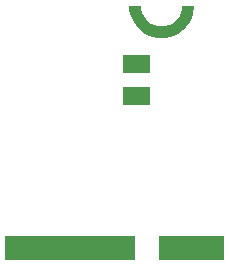
<source format=gbr>
%TF.GenerationSoftware,KiCad,Pcbnew,9.0.0*%
%TF.CreationDate,2025-05-22T17:38:36+04:00*%
%TF.ProjectId,02_06_sensor_temphumid_HDC3022DEJR,30325f30-365f-4736-956e-736f725f7465,rev?*%
%TF.SameCoordinates,Original*%
%TF.FileFunction,Soldermask,Bot*%
%TF.FilePolarity,Negative*%
%FSLAX46Y46*%
G04 Gerber Fmt 4.6, Leading zero omitted, Abs format (unit mm)*
G04 Created by KiCad (PCBNEW 9.0.0) date 2025-05-22 17:38:36*
%MOMM*%
%LPD*%
G01*
G04 APERTURE LIST*
G04 Aperture macros list*
%AMRoundRect*
0 Rectangle with rounded corners*
0 $1 Rounding radius*
0 $2 $3 $4 $5 $6 $7 $8 $9 X,Y pos of 4 corners*
0 Add a 4 corners polygon primitive as box body*
4,1,4,$2,$3,$4,$5,$6,$7,$8,$9,$2,$3,0*
0 Add four circle primitives for the rounded corners*
1,1,$1+$1,$2,$3*
1,1,$1+$1,$4,$5*
1,1,$1+$1,$6,$7*
1,1,$1+$1,$8,$9*
0 Add four rect primitives between the rounded corners*
20,1,$1+$1,$2,$3,$4,$5,0*
20,1,$1+$1,$4,$5,$6,$7,0*
20,1,$1+$1,$6,$7,$8,$9,0*
20,1,$1+$1,$8,$9,$2,$3,0*%
G04 Aperture macros list end*
%ADD10C,0.000000*%
%ADD11RoundRect,0.050000X-0.175000X-0.975000X0.175000X-0.975000X0.175000X0.975000X-0.175000X0.975000X0*%
%ADD12C,0.554000*%
%ADD13RoundRect,0.050000X-0.500000X-0.750000X0.500000X-0.750000X0.500000X0.750000X-0.500000X0.750000X0*%
G04 APERTURE END LIST*
D10*
%TO.C,J1*%
G36*
X150777686Y-92669501D02*
G01*
X150856638Y-92964152D01*
X150985556Y-93240617D01*
X151160522Y-93490495D01*
X151376222Y-93706195D01*
X151626100Y-93881161D01*
X151902565Y-94010079D01*
X152197216Y-94089031D01*
X152501100Y-94115617D01*
X152804984Y-94089031D01*
X153099635Y-94010079D01*
X153376100Y-93881161D01*
X153625978Y-93706195D01*
X153841678Y-93490495D01*
X154016644Y-93240617D01*
X154145562Y-92964152D01*
X154224514Y-92669501D01*
X154251100Y-92365617D01*
X155251100Y-92365617D01*
X155157396Y-93077369D01*
X155041769Y-93417996D01*
X154882670Y-93740617D01*
X154682822Y-94039711D01*
X154445644Y-94310161D01*
X154175194Y-94547339D01*
X153876100Y-94747187D01*
X153553479Y-94906286D01*
X153212852Y-95021913D01*
X152860047Y-95092090D01*
X152501100Y-95115617D01*
X152142153Y-95092090D01*
X151789348Y-95021913D01*
X151448721Y-94906286D01*
X151126100Y-94747187D01*
X150827006Y-94547339D01*
X150556556Y-94310161D01*
X150319378Y-94039711D01*
X150119530Y-93740617D01*
X149960431Y-93417996D01*
X149844804Y-93077369D01*
X149774627Y-92724564D01*
X149751100Y-92365617D01*
X150751100Y-92365617D01*
X150777686Y-92669501D01*
G37*
%TO.C,ADDR1*%
G36*
X150200000Y-98050000D02*
G01*
X150500000Y-98050000D01*
X150500000Y-96550000D01*
X150200000Y-96550000D01*
X150200000Y-98050000D01*
G37*
%TO.C,ADDR0*%
G36*
X150200000Y-100750000D02*
G01*
X150500000Y-100750000D01*
X150500000Y-99250000D01*
X150200000Y-99250000D01*
X150200000Y-100750000D01*
G37*
%TD*%
D11*
%TO.C,J1*%
X157501100Y-112840617D03*
X157001100Y-112840617D03*
X156501100Y-112840617D03*
X156001100Y-112840617D03*
X155501100Y-112840617D03*
X155001100Y-112840617D03*
X154501100Y-112840617D03*
X154001100Y-112840617D03*
X153501100Y-112840617D03*
X153001100Y-112840617D03*
X152501100Y-112840617D03*
X150001100Y-112840617D03*
X149501100Y-112840617D03*
X149001100Y-112840617D03*
X148501100Y-112840617D03*
X148001100Y-112840617D03*
X147501100Y-112840617D03*
X147001100Y-112840617D03*
X146501100Y-112840617D03*
X146001100Y-112840617D03*
X145501100Y-112840617D03*
X145001100Y-112840617D03*
X144501100Y-112840617D03*
X144001100Y-112840617D03*
X143501100Y-112840617D03*
X143001100Y-112840617D03*
X142501100Y-112840617D03*
X142001100Y-112840617D03*
X141501100Y-112840617D03*
X141001100Y-112840617D03*
X140501100Y-112840617D03*
X140001100Y-112840617D03*
X139501100Y-112840617D03*
D12*
X150401100Y-93365617D03*
X152501100Y-94665617D03*
X154601100Y-93365617D03*
%TD*%
D13*
%TO.C,ADDR1*%
X149700000Y-97300000D03*
X151000000Y-97300000D03*
%TD*%
%TO.C,ADDR0*%
X149700000Y-100000000D03*
X151000000Y-100000000D03*
%TD*%
M02*

</source>
